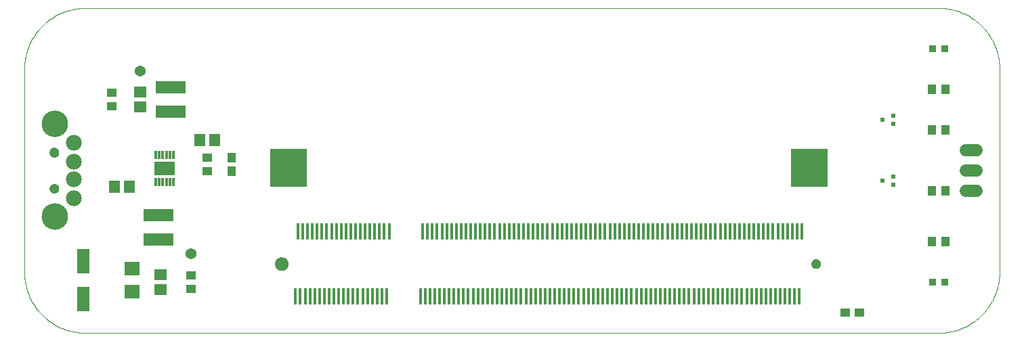
<source format=gts>
G04 EAGLE Gerber RS-274X export*
G75*
%MOMM*%
%FSLAX34Y34*%
%LPD*%
%INTop solder mask*%
%IPPOS*%
%AMOC8*
5,1,8,0,0,1.08239X$1,22.5*%
G01*
%ADD10C,0.000000*%
%ADD11R,1.101600X1.201600*%
%ADD12R,1.401600X1.601600*%
%ADD13R,1.601600X1.401600*%
%ADD14R,1.901600X1.701600*%
%ADD15R,1.501600X3.101600*%
%ADD16C,1.981200*%
%ADD17C,3.317600*%
%ADD18C,1.201600*%
%ADD19C,1.524000*%
%ADD20R,3.701600X1.601600*%
%ADD21R,0.901600X0.901600*%
%ADD22R,0.451600X2.101600*%
%ADD23R,4.601600X4.701600*%
%ADD24C,1.701600*%
%ADD25R,0.611600X0.501600*%
%ADD26R,1.201600X1.101600*%
%ADD27C,1.371600*%
%ADD28R,2.601600X1.801600*%
%ADD29R,0.351600X1.101600*%


D10*
X76200Y0D02*
X1143000Y0D01*
X1219000Y76200D02*
X1219000Y330200D01*
X1143000Y406400D02*
X76200Y406400D01*
X0Y330200D02*
X0Y76200D01*
X22Y74359D01*
X89Y72519D01*
X200Y70680D01*
X356Y68846D01*
X556Y67015D01*
X800Y65190D01*
X1088Y63371D01*
X1420Y61560D01*
X1795Y59757D01*
X2214Y57964D01*
X2676Y56182D01*
X3182Y54411D01*
X3729Y52653D01*
X4320Y50909D01*
X4952Y49179D01*
X5625Y47465D01*
X6340Y45768D01*
X7096Y44089D01*
X7892Y42429D01*
X8728Y40788D01*
X9604Y39168D01*
X10518Y37570D01*
X11471Y35994D01*
X12461Y34441D01*
X13489Y32913D01*
X14553Y31411D01*
X15653Y29934D01*
X16789Y28485D01*
X17959Y27063D01*
X19163Y25670D01*
X20401Y24307D01*
X21671Y22973D01*
X22973Y21671D01*
X24307Y20401D01*
X25670Y19163D01*
X27063Y17959D01*
X28485Y16789D01*
X29934Y15653D01*
X31411Y14553D01*
X32913Y13489D01*
X34441Y12461D01*
X35994Y11471D01*
X37570Y10518D01*
X39168Y9604D01*
X40788Y8728D01*
X42429Y7892D01*
X44089Y7096D01*
X45768Y6340D01*
X47465Y5625D01*
X49179Y4952D01*
X50909Y4320D01*
X52653Y3729D01*
X54411Y3182D01*
X56182Y2676D01*
X57964Y2214D01*
X59757Y1795D01*
X61560Y1420D01*
X63371Y1088D01*
X65190Y800D01*
X67015Y556D01*
X68846Y356D01*
X70680Y200D01*
X72519Y89D01*
X74359Y22D01*
X76200Y0D01*
X0Y330200D02*
X22Y332041D01*
X89Y333881D01*
X200Y335720D01*
X356Y337554D01*
X556Y339385D01*
X800Y341210D01*
X1088Y343029D01*
X1420Y344840D01*
X1795Y346643D01*
X2214Y348436D01*
X2676Y350218D01*
X3182Y351989D01*
X3729Y353747D01*
X4320Y355491D01*
X4952Y357221D01*
X5625Y358935D01*
X6340Y360632D01*
X7096Y362311D01*
X7892Y363971D01*
X8728Y365612D01*
X9604Y367232D01*
X10518Y368830D01*
X11471Y370406D01*
X12461Y371959D01*
X13489Y373487D01*
X14553Y374989D01*
X15653Y376466D01*
X16789Y377915D01*
X17959Y379337D01*
X19163Y380730D01*
X20401Y382093D01*
X21671Y383427D01*
X22973Y384729D01*
X24307Y385999D01*
X25670Y387237D01*
X27063Y388441D01*
X28485Y389611D01*
X29934Y390747D01*
X31411Y391847D01*
X32913Y392911D01*
X34441Y393939D01*
X35994Y394929D01*
X37570Y395882D01*
X39168Y396796D01*
X40788Y397672D01*
X42429Y398508D01*
X44089Y399304D01*
X45768Y400060D01*
X47465Y400775D01*
X49179Y401448D01*
X50909Y402080D01*
X52653Y402671D01*
X54411Y403218D01*
X56182Y403724D01*
X57964Y404186D01*
X59757Y404605D01*
X61560Y404980D01*
X63371Y405312D01*
X65190Y405600D01*
X67015Y405844D01*
X68846Y406044D01*
X70680Y406200D01*
X72519Y406311D01*
X74359Y406378D01*
X76200Y406400D01*
X1143000Y406400D02*
X1144839Y406375D01*
X1146677Y406306D01*
X1148512Y406193D01*
X1150344Y406035D01*
X1152172Y405833D01*
X1153995Y405587D01*
X1155811Y405297D01*
X1157619Y404963D01*
X1159419Y404586D01*
X1161209Y404165D01*
X1162989Y403701D01*
X1164756Y403194D01*
X1166511Y402644D01*
X1168252Y402053D01*
X1169979Y401419D01*
X1171690Y400744D01*
X1173383Y400028D01*
X1175059Y399271D01*
X1176716Y398474D01*
X1178354Y397637D01*
X1179971Y396760D01*
X1181566Y395845D01*
X1183138Y394892D01*
X1184687Y393901D01*
X1186212Y392872D01*
X1187711Y391807D01*
X1189184Y390707D01*
X1190631Y389571D01*
X1192049Y388400D01*
X1193438Y387195D01*
X1194798Y385957D01*
X1196128Y384687D01*
X1197427Y383385D01*
X1198694Y382052D01*
X1199928Y380689D01*
X1201129Y379296D01*
X1202296Y377875D01*
X1203428Y376426D01*
X1204525Y374950D01*
X1205586Y373447D01*
X1206610Y371920D01*
X1207597Y370368D01*
X1208547Y368793D01*
X1209458Y367196D01*
X1210330Y365577D01*
X1211162Y363937D01*
X1211955Y362278D01*
X1212708Y360600D01*
X1213420Y358904D01*
X1214090Y357192D01*
X1214719Y355464D01*
X1215306Y353721D01*
X1215851Y351965D01*
X1216353Y350196D01*
X1216813Y348415D01*
X1217229Y346624D01*
X1217601Y344823D01*
X1217931Y343013D01*
X1218216Y341197D01*
X1218457Y339374D01*
X1218654Y337545D01*
X1218807Y335713D01*
X1218916Y333877D01*
X1218980Y332039D01*
X1219000Y330200D01*
X1219000Y76200D02*
X1218980Y74361D01*
X1218916Y72523D01*
X1218807Y70687D01*
X1218654Y68855D01*
X1218457Y67026D01*
X1218216Y65203D01*
X1217931Y63387D01*
X1217601Y61577D01*
X1217229Y59776D01*
X1216813Y57985D01*
X1216353Y56204D01*
X1215851Y54435D01*
X1215306Y52679D01*
X1214719Y50936D01*
X1214090Y49208D01*
X1213420Y47496D01*
X1212708Y45800D01*
X1211955Y44122D01*
X1211162Y42463D01*
X1210330Y40823D01*
X1209458Y39204D01*
X1208547Y37607D01*
X1207597Y36032D01*
X1206610Y34480D01*
X1205586Y32953D01*
X1204525Y31450D01*
X1203428Y29974D01*
X1202296Y28525D01*
X1201129Y27104D01*
X1199928Y25711D01*
X1198694Y24348D01*
X1197427Y23015D01*
X1196128Y21713D01*
X1194798Y20443D01*
X1193438Y19205D01*
X1192049Y18000D01*
X1190631Y16829D01*
X1189184Y15693D01*
X1187711Y14593D01*
X1186212Y13528D01*
X1184687Y12499D01*
X1183138Y11508D01*
X1181566Y10555D01*
X1179971Y9640D01*
X1178354Y8763D01*
X1176716Y7926D01*
X1175059Y7129D01*
X1173383Y6372D01*
X1171690Y5656D01*
X1169979Y4981D01*
X1168252Y4347D01*
X1166511Y3756D01*
X1164756Y3206D01*
X1162989Y2699D01*
X1161209Y2235D01*
X1159419Y1814D01*
X1157619Y1437D01*
X1155811Y1103D01*
X1153995Y813D01*
X1152172Y567D01*
X1150344Y365D01*
X1148512Y207D01*
X1146677Y94D01*
X1144839Y25D01*
X1143000Y0D01*
D11*
X259080Y202320D03*
X259080Y219320D03*
D12*
X219100Y241300D03*
X238100Y241300D03*
X131420Y182880D03*
X112420Y182880D03*
D13*
X170180Y54000D03*
X170180Y73000D03*
X144780Y282600D03*
X144780Y301600D03*
D14*
X134620Y52040D03*
X134620Y80040D03*
D15*
X73660Y42040D03*
X73660Y90040D03*
D16*
X62100Y238200D03*
X62100Y214470D03*
X62100Y191930D03*
X62100Y168200D03*
D17*
X38100Y145200D03*
X38100Y261200D03*
D10*
X31600Y225700D02*
X31602Y225848D01*
X31608Y225996D01*
X31618Y226144D01*
X31632Y226292D01*
X31650Y226439D01*
X31672Y226586D01*
X31698Y226732D01*
X31727Y226877D01*
X31761Y227022D01*
X31799Y227165D01*
X31840Y227308D01*
X31885Y227449D01*
X31935Y227589D01*
X31987Y227727D01*
X32044Y227865D01*
X32104Y228000D01*
X32168Y228134D01*
X32235Y228266D01*
X32306Y228396D01*
X32381Y228525D01*
X32459Y228651D01*
X32540Y228775D01*
X32624Y228897D01*
X32712Y229016D01*
X32803Y229133D01*
X32897Y229248D01*
X32995Y229360D01*
X33095Y229469D01*
X33198Y229576D01*
X33304Y229680D01*
X33412Y229781D01*
X33524Y229879D01*
X33638Y229974D01*
X33754Y230065D01*
X33873Y230154D01*
X33994Y230239D01*
X34118Y230321D01*
X34244Y230400D01*
X34371Y230475D01*
X34501Y230547D01*
X34633Y230616D01*
X34766Y230680D01*
X34901Y230741D01*
X35038Y230799D01*
X35176Y230853D01*
X35316Y230903D01*
X35457Y230949D01*
X35599Y230991D01*
X35742Y231030D01*
X35886Y231064D01*
X36032Y231095D01*
X36177Y231122D01*
X36324Y231145D01*
X36471Y231164D01*
X36619Y231179D01*
X36766Y231190D01*
X36915Y231197D01*
X37063Y231200D01*
X37211Y231199D01*
X37359Y231194D01*
X37507Y231185D01*
X37655Y231172D01*
X37803Y231155D01*
X37949Y231134D01*
X38096Y231109D01*
X38241Y231080D01*
X38386Y231048D01*
X38529Y231011D01*
X38672Y230971D01*
X38814Y230926D01*
X38954Y230878D01*
X39093Y230826D01*
X39230Y230771D01*
X39366Y230711D01*
X39501Y230648D01*
X39633Y230582D01*
X39764Y230512D01*
X39893Y230438D01*
X40019Y230361D01*
X40144Y230281D01*
X40266Y230197D01*
X40387Y230110D01*
X40504Y230020D01*
X40620Y229926D01*
X40732Y229830D01*
X40842Y229731D01*
X40950Y229628D01*
X41054Y229523D01*
X41156Y229415D01*
X41254Y229304D01*
X41350Y229191D01*
X41443Y229075D01*
X41532Y228957D01*
X41618Y228836D01*
X41701Y228713D01*
X41781Y228588D01*
X41857Y228461D01*
X41930Y228331D01*
X41999Y228200D01*
X42064Y228067D01*
X42127Y227933D01*
X42185Y227796D01*
X42240Y227658D01*
X42290Y227519D01*
X42338Y227378D01*
X42381Y227237D01*
X42421Y227094D01*
X42456Y226950D01*
X42488Y226805D01*
X42516Y226659D01*
X42540Y226513D01*
X42560Y226366D01*
X42576Y226218D01*
X42588Y226071D01*
X42596Y225922D01*
X42600Y225774D01*
X42600Y225626D01*
X42596Y225478D01*
X42588Y225329D01*
X42576Y225182D01*
X42560Y225034D01*
X42540Y224887D01*
X42516Y224741D01*
X42488Y224595D01*
X42456Y224450D01*
X42421Y224306D01*
X42381Y224163D01*
X42338Y224022D01*
X42290Y223881D01*
X42240Y223742D01*
X42185Y223604D01*
X42127Y223467D01*
X42064Y223333D01*
X41999Y223200D01*
X41930Y223069D01*
X41857Y222939D01*
X41781Y222812D01*
X41701Y222687D01*
X41618Y222564D01*
X41532Y222443D01*
X41443Y222325D01*
X41350Y222209D01*
X41254Y222096D01*
X41156Y221985D01*
X41054Y221877D01*
X40950Y221772D01*
X40842Y221669D01*
X40732Y221570D01*
X40620Y221474D01*
X40504Y221380D01*
X40387Y221290D01*
X40266Y221203D01*
X40144Y221119D01*
X40019Y221039D01*
X39893Y220962D01*
X39764Y220888D01*
X39633Y220818D01*
X39501Y220752D01*
X39366Y220689D01*
X39230Y220629D01*
X39093Y220574D01*
X38954Y220522D01*
X38814Y220474D01*
X38672Y220429D01*
X38529Y220389D01*
X38386Y220352D01*
X38241Y220320D01*
X38096Y220291D01*
X37949Y220266D01*
X37803Y220245D01*
X37655Y220228D01*
X37507Y220215D01*
X37359Y220206D01*
X37211Y220201D01*
X37063Y220200D01*
X36915Y220203D01*
X36766Y220210D01*
X36619Y220221D01*
X36471Y220236D01*
X36324Y220255D01*
X36177Y220278D01*
X36032Y220305D01*
X35886Y220336D01*
X35742Y220370D01*
X35599Y220409D01*
X35457Y220451D01*
X35316Y220497D01*
X35176Y220547D01*
X35038Y220601D01*
X34901Y220659D01*
X34766Y220720D01*
X34633Y220784D01*
X34501Y220853D01*
X34371Y220925D01*
X34244Y221000D01*
X34118Y221079D01*
X33994Y221161D01*
X33873Y221246D01*
X33754Y221335D01*
X33638Y221426D01*
X33524Y221521D01*
X33412Y221619D01*
X33304Y221720D01*
X33198Y221824D01*
X33095Y221931D01*
X32995Y222040D01*
X32897Y222152D01*
X32803Y222267D01*
X32712Y222384D01*
X32624Y222503D01*
X32540Y222625D01*
X32459Y222749D01*
X32381Y222875D01*
X32306Y223004D01*
X32235Y223134D01*
X32168Y223266D01*
X32104Y223400D01*
X32044Y223535D01*
X31987Y223673D01*
X31935Y223811D01*
X31885Y223951D01*
X31840Y224092D01*
X31799Y224235D01*
X31761Y224378D01*
X31727Y224523D01*
X31698Y224668D01*
X31672Y224814D01*
X31650Y224961D01*
X31632Y225108D01*
X31618Y225256D01*
X31608Y225404D01*
X31602Y225552D01*
X31600Y225700D01*
D18*
X37100Y225700D03*
D10*
X31600Y180700D02*
X31602Y180848D01*
X31608Y180996D01*
X31618Y181144D01*
X31632Y181292D01*
X31650Y181439D01*
X31672Y181586D01*
X31698Y181732D01*
X31727Y181877D01*
X31761Y182022D01*
X31799Y182165D01*
X31840Y182308D01*
X31885Y182449D01*
X31935Y182589D01*
X31987Y182727D01*
X32044Y182865D01*
X32104Y183000D01*
X32168Y183134D01*
X32235Y183266D01*
X32306Y183396D01*
X32381Y183525D01*
X32459Y183651D01*
X32540Y183775D01*
X32624Y183897D01*
X32712Y184016D01*
X32803Y184133D01*
X32897Y184248D01*
X32995Y184360D01*
X33095Y184469D01*
X33198Y184576D01*
X33304Y184680D01*
X33412Y184781D01*
X33524Y184879D01*
X33638Y184974D01*
X33754Y185065D01*
X33873Y185154D01*
X33994Y185239D01*
X34118Y185321D01*
X34244Y185400D01*
X34371Y185475D01*
X34501Y185547D01*
X34633Y185616D01*
X34766Y185680D01*
X34901Y185741D01*
X35038Y185799D01*
X35176Y185853D01*
X35316Y185903D01*
X35457Y185949D01*
X35599Y185991D01*
X35742Y186030D01*
X35886Y186064D01*
X36032Y186095D01*
X36177Y186122D01*
X36324Y186145D01*
X36471Y186164D01*
X36619Y186179D01*
X36766Y186190D01*
X36915Y186197D01*
X37063Y186200D01*
X37211Y186199D01*
X37359Y186194D01*
X37507Y186185D01*
X37655Y186172D01*
X37803Y186155D01*
X37949Y186134D01*
X38096Y186109D01*
X38241Y186080D01*
X38386Y186048D01*
X38529Y186011D01*
X38672Y185971D01*
X38814Y185926D01*
X38954Y185878D01*
X39093Y185826D01*
X39230Y185771D01*
X39366Y185711D01*
X39501Y185648D01*
X39633Y185582D01*
X39764Y185512D01*
X39893Y185438D01*
X40019Y185361D01*
X40144Y185281D01*
X40266Y185197D01*
X40387Y185110D01*
X40504Y185020D01*
X40620Y184926D01*
X40732Y184830D01*
X40842Y184731D01*
X40950Y184628D01*
X41054Y184523D01*
X41156Y184415D01*
X41254Y184304D01*
X41350Y184191D01*
X41443Y184075D01*
X41532Y183957D01*
X41618Y183836D01*
X41701Y183713D01*
X41781Y183588D01*
X41857Y183461D01*
X41930Y183331D01*
X41999Y183200D01*
X42064Y183067D01*
X42127Y182933D01*
X42185Y182796D01*
X42240Y182658D01*
X42290Y182519D01*
X42338Y182378D01*
X42381Y182237D01*
X42421Y182094D01*
X42456Y181950D01*
X42488Y181805D01*
X42516Y181659D01*
X42540Y181513D01*
X42560Y181366D01*
X42576Y181218D01*
X42588Y181071D01*
X42596Y180922D01*
X42600Y180774D01*
X42600Y180626D01*
X42596Y180478D01*
X42588Y180329D01*
X42576Y180182D01*
X42560Y180034D01*
X42540Y179887D01*
X42516Y179741D01*
X42488Y179595D01*
X42456Y179450D01*
X42421Y179306D01*
X42381Y179163D01*
X42338Y179022D01*
X42290Y178881D01*
X42240Y178742D01*
X42185Y178604D01*
X42127Y178467D01*
X42064Y178333D01*
X41999Y178200D01*
X41930Y178069D01*
X41857Y177939D01*
X41781Y177812D01*
X41701Y177687D01*
X41618Y177564D01*
X41532Y177443D01*
X41443Y177325D01*
X41350Y177209D01*
X41254Y177096D01*
X41156Y176985D01*
X41054Y176877D01*
X40950Y176772D01*
X40842Y176669D01*
X40732Y176570D01*
X40620Y176474D01*
X40504Y176380D01*
X40387Y176290D01*
X40266Y176203D01*
X40144Y176119D01*
X40019Y176039D01*
X39893Y175962D01*
X39764Y175888D01*
X39633Y175818D01*
X39501Y175752D01*
X39366Y175689D01*
X39230Y175629D01*
X39093Y175574D01*
X38954Y175522D01*
X38814Y175474D01*
X38672Y175429D01*
X38529Y175389D01*
X38386Y175352D01*
X38241Y175320D01*
X38096Y175291D01*
X37949Y175266D01*
X37803Y175245D01*
X37655Y175228D01*
X37507Y175215D01*
X37359Y175206D01*
X37211Y175201D01*
X37063Y175200D01*
X36915Y175203D01*
X36766Y175210D01*
X36619Y175221D01*
X36471Y175236D01*
X36324Y175255D01*
X36177Y175278D01*
X36032Y175305D01*
X35886Y175336D01*
X35742Y175370D01*
X35599Y175409D01*
X35457Y175451D01*
X35316Y175497D01*
X35176Y175547D01*
X35038Y175601D01*
X34901Y175659D01*
X34766Y175720D01*
X34633Y175784D01*
X34501Y175853D01*
X34371Y175925D01*
X34244Y176000D01*
X34118Y176079D01*
X33994Y176161D01*
X33873Y176246D01*
X33754Y176335D01*
X33638Y176426D01*
X33524Y176521D01*
X33412Y176619D01*
X33304Y176720D01*
X33198Y176824D01*
X33095Y176931D01*
X32995Y177040D01*
X32897Y177152D01*
X32803Y177267D01*
X32712Y177384D01*
X32624Y177503D01*
X32540Y177625D01*
X32459Y177749D01*
X32381Y177875D01*
X32306Y178004D01*
X32235Y178134D01*
X32168Y178266D01*
X32104Y178400D01*
X32044Y178535D01*
X31987Y178673D01*
X31935Y178811D01*
X31885Y178951D01*
X31840Y179092D01*
X31799Y179235D01*
X31761Y179378D01*
X31727Y179523D01*
X31698Y179668D01*
X31672Y179814D01*
X31650Y179961D01*
X31632Y180108D01*
X31618Y180256D01*
X31608Y180404D01*
X31602Y180552D01*
X31600Y180700D01*
D18*
X37100Y180700D03*
D19*
X1176528Y228600D02*
X1190752Y228600D01*
X1190752Y203200D02*
X1176528Y203200D01*
X1176528Y177800D02*
X1190752Y177800D01*
D20*
X182880Y276850D03*
X182880Y307350D03*
X167640Y147330D03*
X167640Y116830D03*
D21*
X1150500Y355600D03*
X1135500Y355600D03*
X1150500Y63500D03*
X1135500Y63500D03*
D22*
X338980Y45360D03*
X341980Y127360D03*
X344980Y45360D03*
X347980Y127360D03*
X350980Y45360D03*
X353980Y127360D03*
X356980Y45360D03*
X359980Y127360D03*
X362980Y45360D03*
X365980Y127360D03*
X368980Y45360D03*
X371980Y127360D03*
X374980Y45360D03*
X377980Y127360D03*
X380980Y45360D03*
X383980Y127360D03*
X386980Y45360D03*
X389980Y127360D03*
X392980Y45360D03*
X395980Y127360D03*
X398980Y45360D03*
X401980Y127360D03*
X404980Y45360D03*
X407980Y127360D03*
X410980Y45360D03*
X413980Y127360D03*
X416980Y45360D03*
X419980Y127360D03*
X422980Y45360D03*
X425980Y127360D03*
X428980Y45360D03*
X431980Y127360D03*
X434980Y45360D03*
X437980Y127360D03*
X440980Y45360D03*
X443980Y127360D03*
X446980Y45360D03*
X449980Y127360D03*
X452980Y45360D03*
X455980Y127360D03*
X494980Y45360D03*
X497980Y127360D03*
X500980Y45360D03*
X503980Y127360D03*
X506980Y45360D03*
X509980Y127360D03*
X512980Y45360D03*
X515980Y127360D03*
X518980Y45360D03*
X521980Y127360D03*
X524980Y45360D03*
X527980Y127360D03*
X530980Y45360D03*
X533980Y127360D03*
X536980Y45360D03*
X539980Y127360D03*
X542980Y45360D03*
X545980Y127360D03*
X548980Y45360D03*
X551980Y127360D03*
X554980Y45360D03*
X557980Y127360D03*
X560980Y45360D03*
X563980Y127360D03*
X566980Y45360D03*
X569980Y127360D03*
X572980Y45360D03*
X575980Y127360D03*
X578980Y45360D03*
X581980Y127360D03*
X584980Y45360D03*
X587980Y127360D03*
X590980Y45360D03*
X593980Y127360D03*
X596980Y45360D03*
X599980Y127360D03*
X602980Y45360D03*
X605980Y127360D03*
X608980Y45360D03*
X611980Y127360D03*
X614980Y45360D03*
X617980Y127360D03*
X620980Y45360D03*
X623980Y127360D03*
X626980Y45360D03*
X629980Y127360D03*
X632980Y45360D03*
X635980Y127360D03*
X638980Y45360D03*
X641980Y127360D03*
X644980Y45360D03*
X647980Y127360D03*
X650980Y45360D03*
X653980Y127360D03*
X656980Y45360D03*
X659980Y127360D03*
X662980Y45360D03*
X665980Y127360D03*
X668980Y45360D03*
X671980Y127360D03*
X674980Y45360D03*
X677980Y127360D03*
X680980Y45360D03*
X683980Y127360D03*
X686980Y45360D03*
X689980Y127360D03*
X692980Y45360D03*
X695980Y127360D03*
X698980Y45360D03*
X701980Y127360D03*
X704980Y45360D03*
X707980Y127360D03*
X710980Y45360D03*
X713980Y127360D03*
X716980Y45360D03*
X719980Y127360D03*
X722980Y45360D03*
X725980Y127360D03*
X728980Y45360D03*
X731980Y127360D03*
X734980Y45360D03*
X737980Y127360D03*
X740980Y45360D03*
X743980Y127360D03*
X746980Y45360D03*
X749980Y127360D03*
X752980Y45360D03*
X755980Y127360D03*
X758980Y45360D03*
X761980Y127360D03*
X764980Y45360D03*
X767980Y127360D03*
X770980Y45360D03*
X773980Y127360D03*
X776980Y45360D03*
X779980Y127360D03*
X782980Y45360D03*
X785980Y127360D03*
X788980Y45360D03*
X791980Y127360D03*
X794980Y45360D03*
X797980Y127360D03*
X800980Y45360D03*
X803980Y127360D03*
X806980Y45360D03*
X809980Y127360D03*
X812980Y45360D03*
X815980Y127360D03*
X818980Y45360D03*
X821980Y127360D03*
X824980Y45360D03*
X827980Y127360D03*
X830980Y45360D03*
X833980Y127360D03*
X836980Y45360D03*
X839980Y127360D03*
X842980Y45360D03*
X845980Y127360D03*
X848980Y45360D03*
X851980Y127360D03*
X854980Y45360D03*
X857980Y127360D03*
X860980Y45360D03*
X863980Y127360D03*
X866980Y45360D03*
X869980Y127360D03*
X872980Y45360D03*
X875980Y127360D03*
X878980Y45360D03*
X881980Y127360D03*
X884980Y45360D03*
X887980Y127360D03*
X890980Y45360D03*
X893980Y127360D03*
X896980Y45360D03*
X899980Y127360D03*
X902980Y45360D03*
X905980Y127360D03*
X908980Y45360D03*
X911980Y127360D03*
X914980Y45360D03*
X917980Y127360D03*
X920980Y45360D03*
X923980Y127360D03*
X926980Y45360D03*
X929980Y127360D03*
X932980Y45360D03*
X935980Y127360D03*
X938980Y45360D03*
X941980Y127360D03*
X944980Y45360D03*
X947980Y127360D03*
X950980Y45360D03*
X953980Y127360D03*
X956980Y45360D03*
X959980Y127360D03*
X962980Y45360D03*
X965980Y127360D03*
X968980Y45360D03*
X971980Y127360D03*
D23*
X329980Y206360D03*
X980980Y206360D03*
D10*
X313480Y86360D02*
X313482Y86556D01*
X313490Y86753D01*
X313502Y86949D01*
X313519Y87144D01*
X313540Y87339D01*
X313567Y87534D01*
X313598Y87728D01*
X313634Y87921D01*
X313674Y88113D01*
X313720Y88304D01*
X313770Y88494D01*
X313824Y88682D01*
X313884Y88869D01*
X313948Y89055D01*
X314016Y89239D01*
X314089Y89421D01*
X314166Y89602D01*
X314248Y89780D01*
X314334Y89957D01*
X314425Y90131D01*
X314519Y90303D01*
X314618Y90473D01*
X314721Y90640D01*
X314828Y90805D01*
X314939Y90966D01*
X315054Y91126D01*
X315173Y91282D01*
X315296Y91435D01*
X315422Y91585D01*
X315552Y91732D01*
X315686Y91876D01*
X315823Y92017D01*
X315964Y92154D01*
X316108Y92288D01*
X316255Y92418D01*
X316405Y92544D01*
X316558Y92667D01*
X316714Y92786D01*
X316874Y92901D01*
X317035Y93012D01*
X317200Y93119D01*
X317367Y93222D01*
X317537Y93321D01*
X317709Y93415D01*
X317883Y93506D01*
X318060Y93592D01*
X318238Y93674D01*
X318419Y93751D01*
X318601Y93824D01*
X318785Y93892D01*
X318971Y93956D01*
X319158Y94016D01*
X319346Y94070D01*
X319536Y94120D01*
X319727Y94166D01*
X319919Y94206D01*
X320112Y94242D01*
X320306Y94273D01*
X320501Y94300D01*
X320696Y94321D01*
X320891Y94338D01*
X321087Y94350D01*
X321284Y94358D01*
X321480Y94360D01*
X321676Y94358D01*
X321873Y94350D01*
X322069Y94338D01*
X322264Y94321D01*
X322459Y94300D01*
X322654Y94273D01*
X322848Y94242D01*
X323041Y94206D01*
X323233Y94166D01*
X323424Y94120D01*
X323614Y94070D01*
X323802Y94016D01*
X323989Y93956D01*
X324175Y93892D01*
X324359Y93824D01*
X324541Y93751D01*
X324722Y93674D01*
X324900Y93592D01*
X325077Y93506D01*
X325251Y93415D01*
X325423Y93321D01*
X325593Y93222D01*
X325760Y93119D01*
X325925Y93012D01*
X326086Y92901D01*
X326246Y92786D01*
X326402Y92667D01*
X326555Y92544D01*
X326705Y92418D01*
X326852Y92288D01*
X326996Y92154D01*
X327137Y92017D01*
X327274Y91876D01*
X327408Y91732D01*
X327538Y91585D01*
X327664Y91435D01*
X327787Y91282D01*
X327906Y91126D01*
X328021Y90966D01*
X328132Y90805D01*
X328239Y90640D01*
X328342Y90473D01*
X328441Y90303D01*
X328535Y90131D01*
X328626Y89957D01*
X328712Y89780D01*
X328794Y89602D01*
X328871Y89421D01*
X328944Y89239D01*
X329012Y89055D01*
X329076Y88869D01*
X329136Y88682D01*
X329190Y88494D01*
X329240Y88304D01*
X329286Y88113D01*
X329326Y87921D01*
X329362Y87728D01*
X329393Y87534D01*
X329420Y87339D01*
X329441Y87144D01*
X329458Y86949D01*
X329470Y86753D01*
X329478Y86556D01*
X329480Y86360D01*
X329478Y86164D01*
X329470Y85967D01*
X329458Y85771D01*
X329441Y85576D01*
X329420Y85381D01*
X329393Y85186D01*
X329362Y84992D01*
X329326Y84799D01*
X329286Y84607D01*
X329240Y84416D01*
X329190Y84226D01*
X329136Y84038D01*
X329076Y83851D01*
X329012Y83665D01*
X328944Y83481D01*
X328871Y83299D01*
X328794Y83118D01*
X328712Y82940D01*
X328626Y82763D01*
X328535Y82589D01*
X328441Y82417D01*
X328342Y82247D01*
X328239Y82080D01*
X328132Y81915D01*
X328021Y81754D01*
X327906Y81594D01*
X327787Y81438D01*
X327664Y81285D01*
X327538Y81135D01*
X327408Y80988D01*
X327274Y80844D01*
X327137Y80703D01*
X326996Y80566D01*
X326852Y80432D01*
X326705Y80302D01*
X326555Y80176D01*
X326402Y80053D01*
X326246Y79934D01*
X326086Y79819D01*
X325925Y79708D01*
X325760Y79601D01*
X325593Y79498D01*
X325423Y79399D01*
X325251Y79305D01*
X325077Y79214D01*
X324900Y79128D01*
X324722Y79046D01*
X324541Y78969D01*
X324359Y78896D01*
X324175Y78828D01*
X323989Y78764D01*
X323802Y78704D01*
X323614Y78650D01*
X323424Y78600D01*
X323233Y78554D01*
X323041Y78514D01*
X322848Y78478D01*
X322654Y78447D01*
X322459Y78420D01*
X322264Y78399D01*
X322069Y78382D01*
X321873Y78370D01*
X321676Y78362D01*
X321480Y78360D01*
X321284Y78362D01*
X321087Y78370D01*
X320891Y78382D01*
X320696Y78399D01*
X320501Y78420D01*
X320306Y78447D01*
X320112Y78478D01*
X319919Y78514D01*
X319727Y78554D01*
X319536Y78600D01*
X319346Y78650D01*
X319158Y78704D01*
X318971Y78764D01*
X318785Y78828D01*
X318601Y78896D01*
X318419Y78969D01*
X318238Y79046D01*
X318060Y79128D01*
X317883Y79214D01*
X317709Y79305D01*
X317537Y79399D01*
X317367Y79498D01*
X317200Y79601D01*
X317035Y79708D01*
X316874Y79819D01*
X316714Y79934D01*
X316558Y80053D01*
X316405Y80176D01*
X316255Y80302D01*
X316108Y80432D01*
X315964Y80566D01*
X315823Y80703D01*
X315686Y80844D01*
X315552Y80988D01*
X315422Y81135D01*
X315296Y81285D01*
X315173Y81438D01*
X315054Y81594D01*
X314939Y81754D01*
X314828Y81915D01*
X314721Y82080D01*
X314618Y82247D01*
X314519Y82417D01*
X314425Y82589D01*
X314334Y82763D01*
X314248Y82940D01*
X314166Y83118D01*
X314089Y83299D01*
X314016Y83481D01*
X313948Y83665D01*
X313884Y83851D01*
X313824Y84038D01*
X313770Y84226D01*
X313720Y84416D01*
X313674Y84607D01*
X313634Y84799D01*
X313598Y84992D01*
X313567Y85186D01*
X313540Y85381D01*
X313519Y85576D01*
X313502Y85771D01*
X313490Y85967D01*
X313482Y86164D01*
X313480Y86360D01*
D24*
X321480Y86360D03*
D10*
X983980Y86360D02*
X983982Y86508D01*
X983988Y86656D01*
X983998Y86804D01*
X984012Y86952D01*
X984030Y87099D01*
X984052Y87246D01*
X984078Y87392D01*
X984107Y87537D01*
X984141Y87682D01*
X984179Y87825D01*
X984220Y87968D01*
X984265Y88109D01*
X984315Y88249D01*
X984367Y88387D01*
X984424Y88525D01*
X984484Y88660D01*
X984548Y88794D01*
X984615Y88926D01*
X984686Y89056D01*
X984761Y89185D01*
X984839Y89311D01*
X984920Y89435D01*
X985004Y89557D01*
X985092Y89676D01*
X985183Y89793D01*
X985277Y89908D01*
X985375Y90020D01*
X985475Y90129D01*
X985578Y90236D01*
X985684Y90340D01*
X985792Y90441D01*
X985904Y90539D01*
X986018Y90634D01*
X986134Y90725D01*
X986253Y90814D01*
X986374Y90899D01*
X986498Y90981D01*
X986624Y91060D01*
X986751Y91135D01*
X986881Y91207D01*
X987013Y91276D01*
X987146Y91340D01*
X987281Y91401D01*
X987418Y91459D01*
X987556Y91513D01*
X987696Y91563D01*
X987837Y91609D01*
X987979Y91651D01*
X988122Y91690D01*
X988266Y91724D01*
X988412Y91755D01*
X988557Y91782D01*
X988704Y91805D01*
X988851Y91824D01*
X988999Y91839D01*
X989146Y91850D01*
X989295Y91857D01*
X989443Y91860D01*
X989591Y91859D01*
X989739Y91854D01*
X989887Y91845D01*
X990035Y91832D01*
X990183Y91815D01*
X990329Y91794D01*
X990476Y91769D01*
X990621Y91740D01*
X990766Y91708D01*
X990909Y91671D01*
X991052Y91631D01*
X991194Y91586D01*
X991334Y91538D01*
X991473Y91486D01*
X991610Y91431D01*
X991746Y91371D01*
X991881Y91308D01*
X992013Y91242D01*
X992144Y91172D01*
X992273Y91098D01*
X992399Y91021D01*
X992524Y90941D01*
X992646Y90857D01*
X992767Y90770D01*
X992884Y90680D01*
X993000Y90586D01*
X993112Y90490D01*
X993222Y90391D01*
X993330Y90288D01*
X993434Y90183D01*
X993536Y90075D01*
X993634Y89964D01*
X993730Y89851D01*
X993823Y89735D01*
X993912Y89617D01*
X993998Y89496D01*
X994081Y89373D01*
X994161Y89248D01*
X994237Y89121D01*
X994310Y88991D01*
X994379Y88860D01*
X994444Y88727D01*
X994507Y88593D01*
X994565Y88456D01*
X994620Y88318D01*
X994670Y88179D01*
X994718Y88038D01*
X994761Y87897D01*
X994801Y87754D01*
X994836Y87610D01*
X994868Y87465D01*
X994896Y87319D01*
X994920Y87173D01*
X994940Y87026D01*
X994956Y86878D01*
X994968Y86731D01*
X994976Y86582D01*
X994980Y86434D01*
X994980Y86286D01*
X994976Y86138D01*
X994968Y85989D01*
X994956Y85842D01*
X994940Y85694D01*
X994920Y85547D01*
X994896Y85401D01*
X994868Y85255D01*
X994836Y85110D01*
X994801Y84966D01*
X994761Y84823D01*
X994718Y84682D01*
X994670Y84541D01*
X994620Y84402D01*
X994565Y84264D01*
X994507Y84127D01*
X994444Y83993D01*
X994379Y83860D01*
X994310Y83729D01*
X994237Y83599D01*
X994161Y83472D01*
X994081Y83347D01*
X993998Y83224D01*
X993912Y83103D01*
X993823Y82985D01*
X993730Y82869D01*
X993634Y82756D01*
X993536Y82645D01*
X993434Y82537D01*
X993330Y82432D01*
X993222Y82329D01*
X993112Y82230D01*
X993000Y82134D01*
X992884Y82040D01*
X992767Y81950D01*
X992646Y81863D01*
X992524Y81779D01*
X992399Y81699D01*
X992273Y81622D01*
X992144Y81548D01*
X992013Y81478D01*
X991881Y81412D01*
X991746Y81349D01*
X991610Y81289D01*
X991473Y81234D01*
X991334Y81182D01*
X991194Y81134D01*
X991052Y81089D01*
X990909Y81049D01*
X990766Y81012D01*
X990621Y80980D01*
X990476Y80951D01*
X990329Y80926D01*
X990183Y80905D01*
X990035Y80888D01*
X989887Y80875D01*
X989739Y80866D01*
X989591Y80861D01*
X989443Y80860D01*
X989295Y80863D01*
X989146Y80870D01*
X988999Y80881D01*
X988851Y80896D01*
X988704Y80915D01*
X988557Y80938D01*
X988412Y80965D01*
X988266Y80996D01*
X988122Y81030D01*
X987979Y81069D01*
X987837Y81111D01*
X987696Y81157D01*
X987556Y81207D01*
X987418Y81261D01*
X987281Y81319D01*
X987146Y81380D01*
X987013Y81444D01*
X986881Y81513D01*
X986751Y81585D01*
X986624Y81660D01*
X986498Y81739D01*
X986374Y81821D01*
X986253Y81906D01*
X986134Y81995D01*
X986018Y82086D01*
X985904Y82181D01*
X985792Y82279D01*
X985684Y82380D01*
X985578Y82484D01*
X985475Y82591D01*
X985375Y82700D01*
X985277Y82812D01*
X985183Y82927D01*
X985092Y83044D01*
X985004Y83163D01*
X984920Y83285D01*
X984839Y83409D01*
X984761Y83535D01*
X984686Y83664D01*
X984615Y83794D01*
X984548Y83926D01*
X984484Y84060D01*
X984424Y84195D01*
X984367Y84333D01*
X984315Y84471D01*
X984265Y84611D01*
X984220Y84752D01*
X984179Y84895D01*
X984141Y85038D01*
X984107Y85183D01*
X984078Y85328D01*
X984052Y85474D01*
X984030Y85621D01*
X984012Y85768D01*
X983998Y85916D01*
X983988Y86064D01*
X983982Y86212D01*
X983980Y86360D01*
D18*
X989480Y86360D03*
D25*
X1086000Y185500D03*
X1086000Y195500D03*
X1073000Y190500D03*
X1086000Y261700D03*
X1086000Y271700D03*
X1073000Y266700D03*
D26*
X228600Y202320D03*
X228600Y219320D03*
X109220Y283600D03*
X109220Y300600D03*
X208280Y55000D03*
X208280Y72000D03*
D11*
X1151500Y304800D03*
X1134500Y304800D03*
X1151500Y177800D03*
X1134500Y177800D03*
X1134500Y254000D03*
X1151500Y254000D03*
X1151500Y114300D03*
X1134500Y114300D03*
D27*
X208280Y99060D03*
X144780Y327660D03*
D28*
X175260Y205740D03*
D29*
X186510Y222740D03*
X182010Y222740D03*
X177510Y222740D03*
X173010Y222740D03*
X168510Y222740D03*
X164010Y222740D03*
X164010Y188740D03*
X168510Y188740D03*
X173010Y188740D03*
X177510Y188740D03*
X182010Y188740D03*
X186510Y188740D03*
D26*
X1043550Y25400D03*
X1026550Y25400D03*
M02*

</source>
